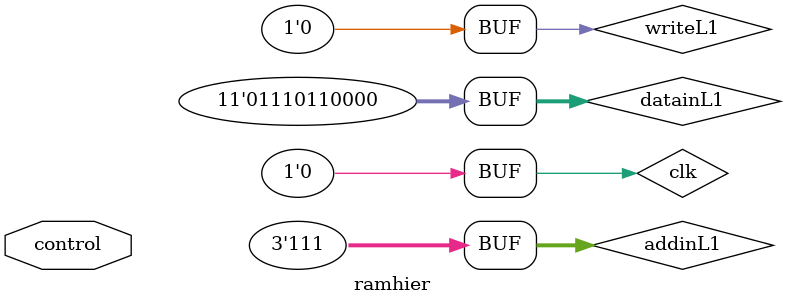
<source format=v>
/*
	CEFET-MG
	Disciplina de Laboratório de Arquitetura e Organização de Computadores II
	Data: 11/11/2021
	Aluno: Fernando Veizaga
	Matricula: 20203001902
*/

module ramhier(control);
	input control;
	
	reg writeL1;
	reg [10:0] datainL1;
	reg [2:0] addinL1;
	reg clk;
	
	wire [10:0] dataoutL1, dataoutL2, inL1, inL2, wbdataL2tomem;
	wire [13:0]	wbdataL1toL2, dadoaltL1, dadoaltL2;
	wire [2:0] addoutL1, addoutL2, out, L1VLRUD, L2VLRUD, dadoL1, dadoL2;
	wire [7:0] tagL1, tagL2;
	wire missL1, missL2, wbackL1toL2, wbackL2tomem, missenL2;
	
	always begin
		clk = 0;
		#1 clk = 1;
		#1 clk = 0;
	end
	
	initial begin
		//caso 1
		writeL1 = 1'b0;
		datainL1 = 11'b01100100000;
		addinL1 = 3'b000;
		
		//caso 2
		#14 writeL1 = 1'b0;
		datainL1 = 11'b01101100000;
		addinL1 = 3'b001;
		
		//caso 3
		#14 writeL1 = 1'b0;
		datainL1 = 11'b10000010000;
		addinL1 = 3'b110;
		
		//caso 4
		#14 writeL1 = 1'b1;
		datainL1 = 11'b01110110101;
		addinL1 = 3'b001;
		
		//caso 5
		#14 writeL1 = 1'b1;
		datainL1 = 11'b10000000101;
		addinL1 = 3'b001;
		
		//caso 6
		#14 writeL1 = 1'b1;
		datainL1 = 11'b10001010010;
		addinL1 = 3'b111;
		
		//caso 7
		#14 writeL1 = 1'b0;
		datainL1 = 11'b01110110000;
		addinL1 = 3'b111;
	end
	
	initial begin
 		$monitor("Time=%0d || datain=%b || addin=%b || miss=%b", $time, datainL1, addinL1, missL1);
 	end
	
	cachel1 mod1(writeL1, datainL1, dataoutL1, addinL1, addoutL1, clk, inL1, out, missL2, missL1, wbackL1toL2, wbdataL1toL2, dadoaltL1, L1VLRUD, tagL1, dadoL1);		//modulo da cache L1
	
	cachel2 mod2(dataoutL1, dataoutL2, addoutL1, addoutL2, clk, inL2, inL1, missL1, missL2, missenL2, wbackL1toL2, wbackL2tomem, wbdataL1toL2, wbdataL2tomem, dadoaltL2, L2VLRUD, tagL2, dadoL2);	//modulo da cache L2
	
	memram mod3(addoutL2, clk, dataoutL2, wbackL2tomem, inL2);		//modulo da memoria principal
	
endmodule

</source>
